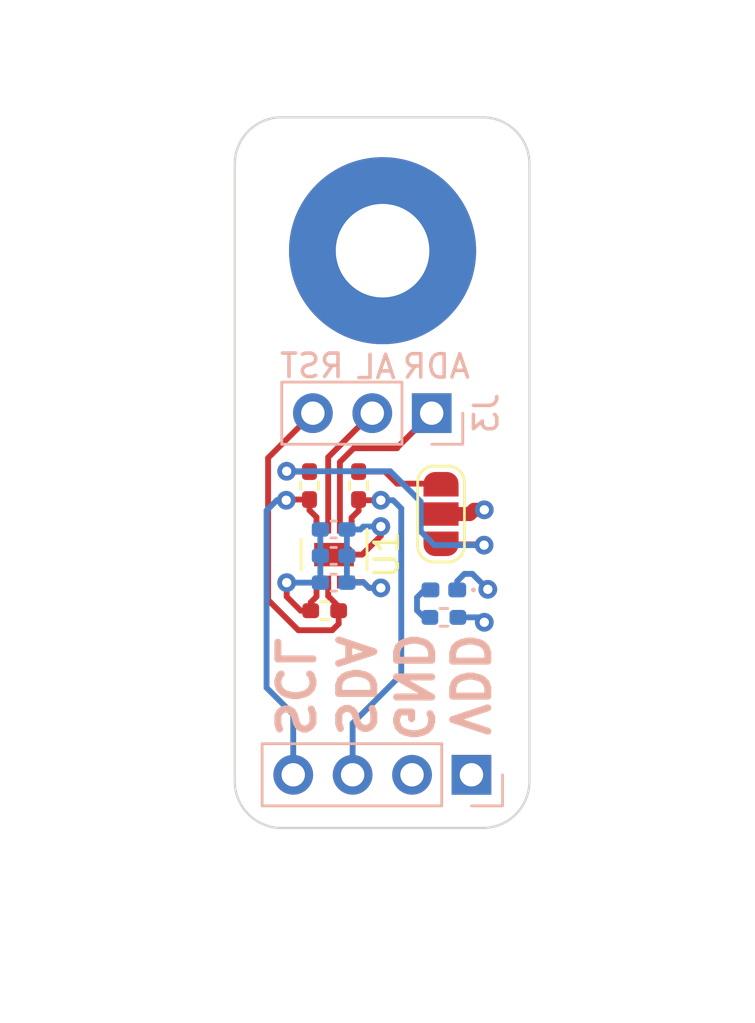
<source format=kicad_pcb>
(kicad_pcb (version 20221018) (generator pcbnew)
  (title_block (date "2023-12-15"))
  (layers (0 "F.Cu" signal) (1 "In1.Cu" power) (2 "In2.Cu" power) (31 "B.Cu" signal) (34 "B.Paste" user) (35 "F.Paste" user) (36 "B.SilkS" user "B.Silkscreen") (37 "F.SilkS" user "F.Silkscreen") (38 "B.Mask" user) (39 "F.Mask" user) (44 "Edge.Cuts" user))
  (net 0 "")
  (net 1 "VDD")
  (net 2 "GND")
  (net 3 "Net-(D1-A)")
  (net 4 "/SDA")
  (net 5 "/SCL")
  (net 6 "/ADDR")
  (net 7 "/ALERT")
  (net 8 "/RESET")
  (net 9 "Net-(JP1-A)")
  (net 10 "Net-(JP1-B)")
  (footprint "Jumper:SolderJumper-3_P1.3mm_Open_RoundedPad1.0x1.5mm_NumberLabels" (layer "F.Cu") (at 116.425 61.77 90)
    (fp_text reference "JP1" hide)
    (fp_text value "I2C_PullUp")
    (fp_line (start -2.05 0.3) (end -2.05 -0.3) (stroke (width 0.12)) (layer "F.SilkS"))
    (fp_line (start -1.4 -1) (end 1.4 -1) (stroke (width 0.12)) (layer "F.SilkS"))
    (fp_line (start 1.4 1) (end -1.4 1) (stroke (width 0.12)) (layer "F.SilkS"))
    (fp_line (start 2.05 -0.3) (end 2.05 0.3) (stroke (width 0.12)) (layer "F.SilkS"))
    (fp_arc (start -2.05 -0.3) (mid -1.844975 -0.794975) (end -1.35 -1) (stroke (width 0.12)) (layer "F.SilkS"))
    (fp_arc (start -1.35 1) (mid -1.844975 0.794975) (end -2.05 0.3) (stroke (width 0.12)) (layer "F.SilkS"))
    (fp_arc (start 1.35 -1) (mid 1.844975 -0.794975) (end 2.05 -0.3) (stroke (width 0.12)) (layer "F.SilkS"))
    (fp_arc (start 2.05 0.3) (mid 1.844975 0.794975) (end 1.35 1) (stroke (width 0.12)) (layer "F.SilkS"))
    (pad "1" smd custom (at -1.3 0 90) (size 1 0.5) (layers "F.Cu" "F.Mask") (net 9 "Net-(JP1-A)") (options (clearance outline) (anchor rect)) (primitives (gr_circle (center 0 0.25) (end 0.5 0.25) (width 0) (fill yes)) (gr_circle (center 0 -0.25) (end 0.5 -0.25) (width 0) (fill yes)) (gr_poly (pts (xy 0.55 0.75) (xy 0 0.75) (xy 0 -0.75) (xy 0.55 -0.75)) (width 0) (fill yes))))
    (pad "2" smd rect (at 0 0 90) (size 1 1.5) (layers "F.Cu" "F.Mask") (net 1 "VDD"))
    (pad "3" smd custom (at 1.3 0 90) (size 1 0.5) (layers "F.Cu" "F.Mask") (net 10 "Net-(JP1-B)") (options (clearance outline) (anchor rect)) (primitives (gr_circle (center 0 0.25) (end 0.5 0.25) (width 0) (fill yes)) (gr_circle (center 0 -0.25) (end 0.5 -0.25) (width 0) (fill yes)) (gr_poly (pts (xy 0 0.75) (xy -0.55 0.75) (xy -0.55 -0.75) (xy 0 -0.75)) (width 0) (fill yes))))
  )
  (footprint "Sensor_Humidity:Sensirion_DFN-8-1EP_2.5x2.5mm_P0.5mm_EP1.1x1.7mm" (layer "F.Cu") (at 111.85 63.505 -90)
    (fp_text reference "U1" (at 0 -2.25 90) (layer "F.SilkS"))
    (fp_text value "SHT31-DIS")
    (fp_line (start -1.09 -1.41) (end 0.65 -1.41) (stroke (width 0.12)) (layer "F.SilkS"))
    (fp_line (start -0.65 1.41) (end 0.65 1.41) (stroke (width 0.12)) (layer "F.SilkS"))
    (pad "1" smd rect (at -1.175 -0.75 270) (size 0.55 0.25) (layers "F.Cu" "F.Paste" "F.Mask") (net 4 "/SDA"))
    (pad "2" smd rect (at -1.175 -0.25 270) (size 0.55 0.25) (layers "F.Cu" "F.Paste" "F.Mask") (net 6 "/ADDR"))
    (pad "3" smd rect (at -1.175 0.25 270) (size 0.55 0.25) (layers "F.Cu" "F.Paste" "F.Mask") (net 7 "/ALERT"))
    (pad "4" smd rect (at -1.175 0.75 90) (size 0.55 0.25) (layers "F.Cu" "F.Paste" "F.Mask") (net 5 "/SCL"))
    (pad "5" smd rect (at 1.175 0.75 270) (size 0.55 0.25) (layers "F.Cu" "F.Paste" "F.Mask") (net 1 "VDD"))
    (pad "6" smd rect (at 1.175 0.25 270) (size 0.55 0.25) (layers "F.Cu" "F.Paste" "F.Mask") (net 8 "/RESET"))
    (pad "7" smd rect (at 1.175 -0.25 270) (size 0.55 0.25) (layers "F.Cu" "F.Paste" "F.Mask") (net 2 "GND"))
    (pad "8" smd rect (at 1.175 -0.75 270) (size 0.55 0.25) (layers "F.Cu" "F.Paste" "F.Mask") (net 2 "GND"))
    (pad "9" smd custom (at 0 0 270) (size 1 1) (layers "F.Cu" "F.Mask") (net 2 "GND") (options (clearance outline) (anchor circle)) (primitives (gr_poly (pts (xy 0.5 0.85) (xy -0.5 0.85) (xy -0.5 -0.55) (xy -0.2 -0.85) (xy 0.5 -0.85)) (width 0) (fill yes))))
  )
  (footprint "MountingHole:MountingHole_4mm_Pad_TopBottom" (layer "F.Cu") (at 113.925 50.505)
    (fp_text reference "H1" hide)
    (fp_text value "MountH_GND")
    (pad "1" thru_hole circle (at 0 0) (size 4.4 4.4) (drill 4) (layers "*.Cu" "*.Mask") (net 2 "GND"))
    (pad "1" connect circle (at 0 0) (size 8 8) (layers "F.Cu" "F.Mask") (net 2 "GND"))
    (pad "1" connect circle (at 0 0) (size 8 8) (layers "B.Cu" "B.Mask") (net 2 "GND"))
  )
  (footprint "Resistor_SMD:R_0402_1005Metric_Pad0.72x0.64mm_HandSolder" (layer "F.Cu") (at 111.45 65.905)
    (fp_text reference "R5" hide)
    (fp_text value "10K")
    (fp_line (start -0.167621 -0.38) (end 0.167621 -0.38) (stroke (width 0.12)) (layer "F.SilkS"))
    (fp_line (start -0.167621 0.38) (end 0.167621 0.38) (stroke (width 0.12)) (layer "F.SilkS"))
    (pad "1" smd roundrect (at -0.5975 0) (size 0.715 0.64) (layers "F.Cu" "F.Paste" "F.Mask") (net 1 "VDD"))
    (pad "2" smd roundrect (at 0.5975 0) (size 0.715 0.64) (layers "F.Cu" "F.Paste" "F.Mask") (net 8 "/RESET"))
  )
  (footprint "Resistor_SMD:R_0402_1005Metric_Pad0.72x0.64mm_HandSolder" (layer "F.Cu") (at 110.8 60.5525 -90)
    (fp_text reference "R2" hide)
    (fp_text value "10K")
    (fp_line (start -0.167621 -0.38) (end 0.167621 -0.38) (stroke (width 0.12)) (layer "F.SilkS"))
    (fp_line (start -0.167621 0.38) (end 0.167621 0.38) (stroke (width 0.12)) (layer "F.SilkS"))
    (pad "1" smd roundrect (at -0.5975 0 270) (size 0.715 0.64) (layers "F.Cu" "F.Paste" "F.Mask") (net 9 "Net-(JP1-A)"))
    (pad "2" smd roundrect (at 0.5975 0 270) (size 0.715 0.64) (layers "F.Cu" "F.Paste" "F.Mask") (net 5 "/SCL"))
  )
  (footprint "Resistor_SMD:R_0402_1005Metric_Pad0.72x0.64mm_HandSolder" (layer "F.Cu") (at 112.9 60.5525 -90)
    (fp_text reference "R1" hide)
    (fp_text value "10K")
    (fp_line (start -0.167621 -0.38) (end 0.167621 -0.38) (stroke (width 0.12)) (layer "F.SilkS"))
    (fp_line (start -0.167621 0.38) (end 0.167621 0.38) (stroke (width 0.12)) (layer "F.SilkS"))
    (pad "1" smd roundrect (at -0.5975 0 270) (size 0.715 0.64) (layers "F.Cu" "F.Paste" "F.Mask") (net 10 "Net-(JP1-B)"))
    (pad "2" smd roundrect (at 0.5975 0 270) (size 0.715 0.64) (layers "F.Cu" "F.Paste" "F.Mask") (net 4 "/SDA"))
  )
  (footprint "Capacitor_SMD:C_0402_1005Metric_Pad0.74x0.62mm_HandSolder" (layer "B.Cu") (at 111.8325 64.705)
    (fp_text reference "C1" hide)
    (fp_text value "100n")
    (fp_line (start -0.115835 -0.36) (end 0.115835 -0.36) (stroke (width 0.12)) (layer "B.SilkS"))
    (fp_line (start -0.115835 0.36) (end 0.115835 0.36) (stroke (width 0.12)) (layer "B.SilkS"))
    (pad "1" smd roundrect (at -0.5675 0) (size 0.735 0.62) (layers "B.Cu" "B.Paste" "B.Mask") (net 1 "VDD"))
    (pad "2" smd roundrect (at 0.5675 0) (size 0.735 0.62) (layers "B.Cu" "B.Paste" "B.Mask") (net 2 "GND"))
  )
  (footprint "Connector_PinHeader_2.54mm:PinHeader_1x03_P2.54mm_Vertical" (layer "B.Cu") (at 116.025 57.455 90)
    (fp_text reference "J3" (at 0 2.33 90) (layer "B.SilkS") (effects (justify mirror)))
    (fp_text value "Conn_01x03_Pin")
    (fp_line (start -1.33 -6.41) (end 1.33 -6.41) (stroke (width 0.12)) (layer "B.SilkS"))
    (fp_line (start -1.33 -1.27) (end -1.33 -6.41) (stroke (width 0.12)) (layer "B.SilkS"))
    (fp_line (start -1.33 -1.27) (end 1.33 -1.27) (stroke (width 0.12)) (layer "B.SilkS"))
    (fp_line (start -1.33 0) (end -1.33 1.33) (stroke (width 0.12)) (layer "B.SilkS"))
    (fp_line (start -1.33 1.33) (end 0 1.33) (stroke (width 0.12)) (layer "B.SilkS"))
    (fp_line (start 1.33 -1.27) (end 1.33 -6.41) (stroke (width 0.12)) (layer "B.SilkS"))
    (pad "1" thru_hole rect (at 0 0 90) (size 1.7 1.7) (drill 1) (layers "*.Cu" "*.Mask") (net 6 "/ADDR"))
    (pad "2" thru_hole oval (at 0 -2.54 90) (size 1.7 1.7) (drill 1) (layers "*.Cu" "*.Mask") (net 7 "/ALERT"))
    (pad "3" thru_hole oval (at 0 -5.08 90) (size 1.7 1.7) (drill 1) (layers "*.Cu" "*.Mask") (net 8 "/RESET"))
  )
  (footprint "Resistor_SMD:R_0402_1005Metric_Pad0.72x0.64mm_HandSolder" (layer "B.Cu") (at 116.5475 66.19 180)
    (fp_text reference "R3" hide)
    (fp_text value "10K")
    (fp_line (start -0.167621 -0.38) (end 0.167621 -0.38) (stroke (width 0.12)) (layer "B.SilkS"))
    (fp_line (start -0.167621 0.38) (end 0.167621 0.38) (stroke (width 0.12)) (layer "B.SilkS"))
    (pad "1" smd roundrect (at -0.5975 0 180) (size 0.715 0.64) (layers "B.Cu" "B.Paste" "B.Mask") (net 1 "VDD"))
    (pad "2" smd roundrect (at 0.5975 0 180) (size 0.715 0.64) (layers "B.Cu" "B.Paste" "B.Mask") (net 3 "Net-(D1-A)"))
  )
  (footprint "LED_SMD:LED_0402_1005Metric_Pad0.77x0.64mm_HandSolder" (layer "B.Cu") (at 116.545 65.015 180)
    (fp_text reference "D1" hide)
    (fp_text value "LED_Yellow")
    (fp_circle (center -1.265 0) (end -1.215 0) (stroke (width 0.1)) (fill none) (layer "B.SilkS"))
    (pad "1" smd roundrect (at -0.5725 0 180) (size 0.765 0.64) (layers "B.Cu" "B.Paste" "B.Mask") (net 2 "GND"))
    (pad "2" smd roundrect (at 0.5725 0 180) (size 0.765 0.64) (layers "B.Cu" "B.Paste" "B.Mask") (net 3 "Net-(D1-A)"))
  )
  (footprint "Capacitor_SMD:C_0402_1005Metric_Pad0.74x0.62mm_HandSolder" (layer "B.Cu") (at 111.8325 63.559)
    (fp_text reference "C2" hide)
    (fp_text value "1uF")
    (fp_line (start -0.115835 -0.36) (end 0.115835 -0.36) (stroke (width 0.12)) (layer "B.SilkS"))
    (fp_line (start -0.115835 0.36) (end 0.115835 0.36) (stroke (width 0.12)) (layer "B.SilkS"))
    (pad "1" smd roundrect (at -0.5675 0) (size 0.735 0.62) (layers "B.Cu" "B.Paste" "B.Mask") (net 1 "VDD"))
    (pad "2" smd roundrect (at 0.5675 0) (size 0.735 0.62) (layers "B.Cu" "B.Paste" "B.Mask") (net 2 "GND"))
  )
  (footprint "Connector_PinHeader_2.54mm:PinHeader_1x04_P2.54mm_Vertical" (layer "B.Cu") (at 117.725 72.924 90)
    (fp_text reference "J1" hide)
    (fp_text value "Conn_01x04_Pin")
    (fp_line (start -1.33 -8.95) (end 1.33 -8.95) (stroke (width 0.12)) (layer "B.SilkS"))
    (fp_line (start -1.33 -1.27) (end -1.33 -8.95) (stroke (width 0.12)) (layer "B.SilkS"))
    (fp_line (start -1.33 -1.27) (end 1.33 -1.27) (stroke (width 0.12)) (layer "B.SilkS"))
    (fp_line (start -1.33 0) (end -1.33 1.33) (stroke (width 0.12)) (layer "B.SilkS"))
    (fp_line (start -1.33 1.33) (end 0 1.33) (stroke (width 0.12)) (layer "B.SilkS"))
    (fp_line (start 1.33 -1.27) (end 1.33 -8.95) (stroke (width 0.12)) (layer "B.SilkS"))
    (pad "1" thru_hole rect (at 0 0 90) (size 1.7 1.7) (drill 1) (layers "*.Cu" "*.Mask") (net 1 "VDD"))
    (pad "2" thru_hole oval (at 0 -2.54 90) (size 1.7 1.7) (drill 1) (layers "*.Cu" "*.Mask") (net 2 "GND"))
    (pad "3" thru_hole oval (at 0 -5.08 90) (size 1.7 1.7) (drill 1) (layers "*.Cu" "*.Mask") (net 4 "/SDA"))
    (pad "4" thru_hole oval (at 0 -7.62 90) (size 1.7 1.7) (drill 1) (layers "*.Cu" "*.Mask") (net 5 "/SCL"))
  )
  (footprint "Capacitor_SMD:C_0402_1005Metric_Pad0.74x0.62mm_HandSolder" (layer "B.Cu") (at 111.8325 62.43)
    (fp_text reference "C3" hide)
    (fp_text value "10uF")
    (fp_line (start -0.115835 -0.36) (end 0.115835 -0.36) (stroke (width 0.12)) (layer "B.SilkS"))
    (fp_line (start -0.115835 0.36) (end 0.115835 0.36) (stroke (width 0.12)) (layer "B.SilkS"))
    (pad "1" smd roundrect (at -0.5675 0) (size 0.735 0.62) (layers "B.Cu" "B.Paste" "B.Mask") (net 1 "VDD"))
    (pad "2" smd roundrect (at 0.5675 0) (size 0.735 0.62) (layers "B.Cu" "B.Paste" "B.Mask") (net 2 "GND"))
  )
  (gr_line (start 107.605 73.2) (end 107.605 46.8) (stroke (width 0.1)) (layer "Edge.Cuts"))
  (gr_line (start 109.605 44.8) (end 118.205 44.8) (stroke (width 0.1)) (layer "Edge.Cuts"))
  (gr_line (start 118.205 75.2) (end 109.605 75.2) (stroke (width 0.1)) (layer "Edge.Cuts"))
  (gr_arc (start 109.605 75.2) (mid 108.190786 74.614214) (end 107.605 73.2) (stroke (width 0.1)) (layer "Edge.Cuts"))
  (gr_arc (start 118.205 44.8) (mid 119.619214 45.385786) (end 120.205 46.8) (stroke (width 0.1)) (layer "Edge.Cuts"))
  (gr_line (start 120.205 46.8) (end 120.205 73.2) (stroke (width 0.1)) (layer "Edge.Cuts"))
  (gr_arc (start 120.205 73.2) (mid 119.619214 74.614214) (end 118.205 75.2) (stroke (width 0.1)) (layer "Edge.Cuts"))
  (gr_arc (start 107.605 46.8) (mid 108.190786 45.385786) (end 109.605 44.8) (stroke (width 0.1)) (layer "Edge.Cuts"))
  (gr_text "AL\n" (at 113.65 55.48) (layer "B.SilkS") (effects (font (size 1 1)) (justify mirror)))
  (gr_text "ADR" (at 116.225 55.455) (layer "B.SilkS") (effects (font (size 1 1)) (justify mirror)))
  (gr_text "GND" (at 114.325 71.65 -90) (layer "B.SilkS") (effects (font (size 1.5 1.5) (thickness 0.3) bold) (justify left bottom mirror)))
  (gr_text "RST" (at 110.9 55.43) (layer "B.SilkS") (effects (font (size 1 1)) (justify mirror)))
  (gr_text "VDD" (at 116.725 71.4 -90) (layer "B.SilkS") (effects (font (size 1.5 1.5) (thickness 0.3) bold) (justify left bottom mirror)))
  (gr_text "SDA" (at 111.85 71.425 -90) (layer "B.SilkS") (effects (font (size 1.5 1.5) (thickness 0.3) bold) (justify left bottom mirror)))
  (gr_text "SCL" (at 109.25 71.45 -90) (layer "B.SilkS") (effects (font (size 1.5 1.5) (thickness 0.3) bold) (justify left bottom mirror)))
  (segment (start 118.275 61.59) (end 117.835 61.59) (width 0.6) (layer "F.Cu") (net 1))
  (segment (start 111.1 65.305) (end 111.1 64.68) (width 0.25) (layer "F.Cu") (net 1))
  (segment (start 117.655 61.77) (end 116.425 61.77) (width 0.6) (layer "F.Cu") (net 1))
  (segment (start 109.825 65.305) (end 109.825 64.705) (width 0.25) (layer "F.Cu") (net 1))
  (segment (start 109.85 64.68) (end 109.825 64.705) (width 0.25) (layer "F.Cu") (net 1))
  (segment (start 110.8525 65.905) (end 110.425 65.905) (width 0.25) (layer "F.Cu") (net 1))
  (segment (start 117.835 61.59) (end 117.655 61.77) (width 0.6) (layer "F.Cu") (net 1))
  (segment (start 110.8525 65.905) (end 110.8525 65.5525) (width 0.25) (layer "F.Cu") (net 1))
  (segment (start 110.425 65.905) (end 109.825 65.305) (width 0.25) (layer "F.Cu") (net 1))
  (segment (start 110.8525 65.5525) (end 111.1 65.305) (width 0.25) (layer "F.Cu") (net 1))
  (via (at 118.275 66.4) (size 0.8) (drill 0.4) (layers "F.Cu" "B.Cu") (net 1))
  (via (at 109.825 64.705) (size 0.8) (drill 0.4) (layers "F.Cu" "B.Cu") (net 1))
  (via (at 118.275 61.59) (size 0.8) (drill 0.4) (layers "F.Cu" "B.Cu") (net 1))
  (segment (start 111.265 64.705) (end 109.85 64.705) (width 0.25) (layer "B.Cu") (net 1))
  (segment (start 111.265 63.559) (end 111.265 62.43) (width 0.25) (layer "B.Cu") (net 1))
  (segment (start 118.065 66.19) (end 118.275 66.4) (width 0.25) (layer "B.Cu") (net 1))
  (segment (start 111.265 64.705) (end 111.265 63.559) (width 0.25) (layer "B.Cu") (net 1))
  (segment (start 109.85 64.705) (end 109.825 64.73) (width 0.25) (layer "B.Cu") (net 1))
  (segment (start 117.145 66.19) (end 118.065 66.19) (width 0.25) (layer "B.Cu") (net 1))
  (segment (start 113.35 64.93) (end 113.85 64.93) (width 0.25) (layer "F.Cu") (net 2))
  (segment (start 113.05 63.505) (end 111.85 63.505) (width 0.25) (layer "F.Cu") (net 2))
  (segment (start 113.1 64.68) (end 113.35 64.93) (width 0.25) (layer "F.Cu") (net 2))
  (segment (start 113.85 62.305) (end 113.85 62.705) (width 0.25) (layer "F.Cu") (net 2))
  (segment (start 112.1 63.755) (end 111.85 63.505) (width 0.25) (layer "F.Cu") (net 2))
  (segment (start 113.85 62.705) (end 113.05 63.505) (width 0.25) (layer "F.Cu") (net 2))
  (segment (start 112.6 64.68) (end 113.1 64.68) (width 0.25) (layer "F.Cu") (net 2))
  (segment (start 112.1 64.68) (end 112.6 64.68) (width 0.25) (layer "F.Cu") (net 2))
  (via (at 113.85 64.93) (size 0.8) (drill 0.4) (layers "F.Cu" "B.Cu") (net 2))
  (via (at 113.85 62.305) (size 0.8) (drill 0.4) (layers "F.Cu" "B.Cu") (net 2))
  (via (at 118.425 64.99) (size 0.8) (drill 0.4) (layers "F.Cu" "B.Cu") (net 2))
  (segment (start 117.425 64.33) (end 117.765 64.33) (width 0.25) (layer "B.Cu") (net 2))
  (segment (start 117.1175 64.6375) (end 117.1175 65.015) (width 0.25) (layer "B.Cu") (net 2))
  (segment (start 113.35 64.93) (end 113.125 64.705) (width 0.25) (layer "B.Cu") (net 2))
  (segment (start 112.975 62.43) (end 113.1 62.305) (width 0.25) (layer "B.Cu") (net 2))
  (segment (start 112.4 64.705) (end 112.4 63.559) (width 0.25) (layer "B.Cu") (net 2))
  (segment (start 112.4 63.559) (end 112.4 62.43) (width 0.25) (layer "B.Cu") (net 2))
  (segment (start 118.595 64.99) (end 118.595 64.82) (width 0.25) (layer "B.Cu") (net 2))
  (segment (start 112.4 62.43) (end 112.975 62.43) (width 0.25) (layer "B.Cu") (net 2))
  (segment (start 117.425 64.33) (end 117.1175 64.6375) (width 0.25) (layer "B.Cu") (net 2))
  (segment (start 113.1 62.305) (end 113.85 62.305) (width 0.25) (layer "B.Cu") (net 2))
  (segment (start 117.765 64.33) (end 118.425 64.99) (width 0.25) (layer "B.Cu") (net 2))
  (segment (start 113.834 62.289) (end 113.85 62.305) (width 0.25) (layer "B.Cu") (net 2))
  (segment (start 113.125 64.705) (end 112.4 64.705) (width 0.25) (layer "B.Cu") (net 2))
  (segment (start 113.85 64.93) (end 113.35 64.93) (width 0.25) (layer "B.Cu") (net 2))
  (segment (start 115.95 66.19) (end 115.6975 66.19) (width 0.25) (layer "B.Cu") (net 3))
  (segment (start 115.3975 65.34) (end 115.7225 65.015) (width 0.25) (layer "B.Cu") (net 3))
  (segment (start 115.7225 65.015) (end 115.9725 65.015) (width 0.25) (layer "B.Cu") (net 3))
  (segment (start 115.6975 66.19) (end 115.3975 65.89) (width 0.25) (layer "B.Cu") (net 3))
  (segment (start 115.3975 65.89) (end 115.3975 65.34) (width 0.25) (layer "B.Cu") (net 3))
  (segment (start 112.93 61.18) (end 112.9 61.15) (width 0.25) (layer "F.Cu") (net 4))
  (segment (start 112.9 61.63) (end 112.9 61.15) (width 0.25) (layer "F.Cu") (net 4))
  (segment (start 113.85 61.18) (end 112.93 61.18) (width 0.25) (layer "F.Cu") (net 4))
  (segment (start 112.6 61.93) (end 112.9 61.63) (width 0.25) (layer "F.Cu") (net 4))
  (segment (start 112.6 62.33) (end 112.6 61.93) (width 0.25) (layer "F.Cu") (net 4))
  (via (at 113.85 61.18) (size 0.8) (drill 0.4) (layers "F.Cu" "B.Cu") (net 4))
  (segment (start 112.645 70.72) (end 112.645 72.924) (width 0.25) (layer "B.Cu") (net 4))
  (segment (start 114.725 68.64) (end 112.645 70.72) (width 0.25) (layer "B.Cu") (net 4))
  (segment (start 114.725 61.53) (end 114.725 68.64) (width 0.25) (layer "B.Cu") (net 4))
  (segment (start 114.375 61.18) (end 114.725 61.53) (width 0.25) (layer "B.Cu") (net 4))
  (segment (start 113.85 61.18) (end 114.375 61.18) (width 0.25) (layer "B.Cu") (net 4))
  (segment (start 110.8 61.15) (end 109.835 61.15) (width 0.25) (layer "F.Cu") (net 5))
  (segment (start 110.8 61.605) (end 110.8 61.15) (width 0.25) (layer "F.Cu") (net 5))
  (segment (start 109.835 61.15) (end 109.805 61.18) (width 0.25) (layer "F.Cu") (net 5))
  (segment (start 111.1 61.905) (end 110.8 61.605) (width 0.25) (layer "F.Cu") (net 5))
  (segment (start 111.1 62.33) (end 111.1 61.905) (width 0.25) (layer "F.Cu") (net 5))
  (via (at 109.805 61.18) (size 0.8) (drill 0.4) (layers "F.Cu" "B.Cu") (net 5))
  (segment (start 109.405 61.18) (end 108.965 61.62) (width 0.25) (layer "B.Cu") (net 5))
  (segment (start 109.805 61.18) (end 109.405 61.18) (width 0.25) (layer "B.Cu") (net 5))
  (segment (start 108.965 69.2) (end 110.105 70.34) (width 0.25) (layer "B.Cu") (net 5))
  (segment (start 108.965 61.62) (end 108.965 69.2) (width 0.25) (layer "B.Cu") (net 5))
  (segment (start 110.105 70.34) (end 110.105 72.924) (width 0.25) (layer "B.Cu") (net 5))
  (segment (start 114.55 58.93) (end 116.025 57.455) (width 0.25) (layer "F.Cu") (net 6))
  (segment (start 112.1 62.33) (end 112.1 59.547106) (width 0.25) (layer "F.Cu") (net 6))
  (segment (start 114.55 58.955) (end 114.55 58.93) (width 0.25) (layer "F.Cu") (net 6))
  (segment (start 112.692106 58.955) (end 114.55 58.955) (width 0.25) (layer "F.Cu") (net 6))
  (segment (start 112.1 59.547106) (end 112.692106 58.955) (width 0.25) (layer "F.Cu") (net 6))
  (segment (start 111.6 62.33) (end 111.6 59.34) (width 0.25) (layer "F.Cu") (net 7))
  (segment (start 111.6 59.34) (end 113.485 57.455) (width 0.25) (layer "F.Cu") (net 7))
  (segment (start 112.0475 65.905) (end 112.0475 65.7275) (width 0.25) (layer "F.Cu") (net 8))
  (segment (start 111.775 66.74) (end 110.325 66.74) (width 0.25) (layer "F.Cu") (net 8))
  (segment (start 109.03 65.445) (end 109.03 59.37) (width 0.25) (layer "F.Cu") (net 8))
  (segment (start 111.6 65.28) (end 111.6 64.68) (width 0.25) (layer "F.Cu") (net 8))
  (segment (start 112.0475 65.905) (end 112.0475 66.4675) (width 0.25) (layer "F.Cu") (net 8))
  (segment (start 109.03 59.37) (end 110.945 57.455) (width 0.25) (layer "F.Cu") (net 8))
  (segment (start 112.0475 66.4675) (end 111.775 66.74) (width 0.25) (layer "F.Cu") (net 8))
  (segment (start 112.0475 65.7275) (end 111.6 65.28) (width 0.25) (layer "F.Cu") (net 8))
  (segment (start 110.325 66.74) (end 109.03 65.445) (width 0.25) (layer "F.Cu") (net 8))
  (segment (start 116.425 63.07) (end 118.235 63.07) (width 0.25) (layer "F.Cu") (net 9))
  (segment (start 110.8 59.955) (end 109.84 59.955) (width 0.25) (layer "F.Cu") (net 9))
  (segment (start 109.84 59.955) (end 109.825 59.94) (width 0.25) (layer "F.Cu") (net 9))
  (segment (start 118.235 63.07) (end 118.265 63.1) (width 0.25) (layer "F.Cu") (net 9))
  (via (at 118.265 63.1) (size 0.8) (drill 0.4) (layers "F.Cu" "B.Cu") (net 9))
  (via (at 109.825 59.94) (size 0.8) (drill 0.4) (layers "F.Cu" "B.Cu") (net 9))
  (segment (start 114.255 59.94) (end 115.555 61.24) (width 0.25) (layer "B.Cu") (net 9))
  (segment (start 115.555 62.51) (end 116.145 63.1) (width 0.25) (layer "B.Cu") (net 9))
  (segment (start 115.555 61.24) (end 115.555 62.51) (width 0.25) (layer "B.Cu") (net 9))
  (segment (start 109.825 59.94) (end 114.255 59.94) (width 0.25) (layer "B.Cu") (net 9))
  (segment (start 116.145 63.1) (end 118.265 63.1) (width 0.25) (layer "B.Cu") (net 9))
  (segment (start 112.9 59.955) (end 114.03 59.955) (width 0.25) (layer "F.Cu") (net 10))
  (segment (start 114.545 60.47) (end 116.425 60.47) (width 0.25) (layer "F.Cu") (net 10))
  (segment (start 114.03 59.955) (end 114.545 60.47) (width 0.25) (layer "F.Cu") (net 10))
)
</source>
